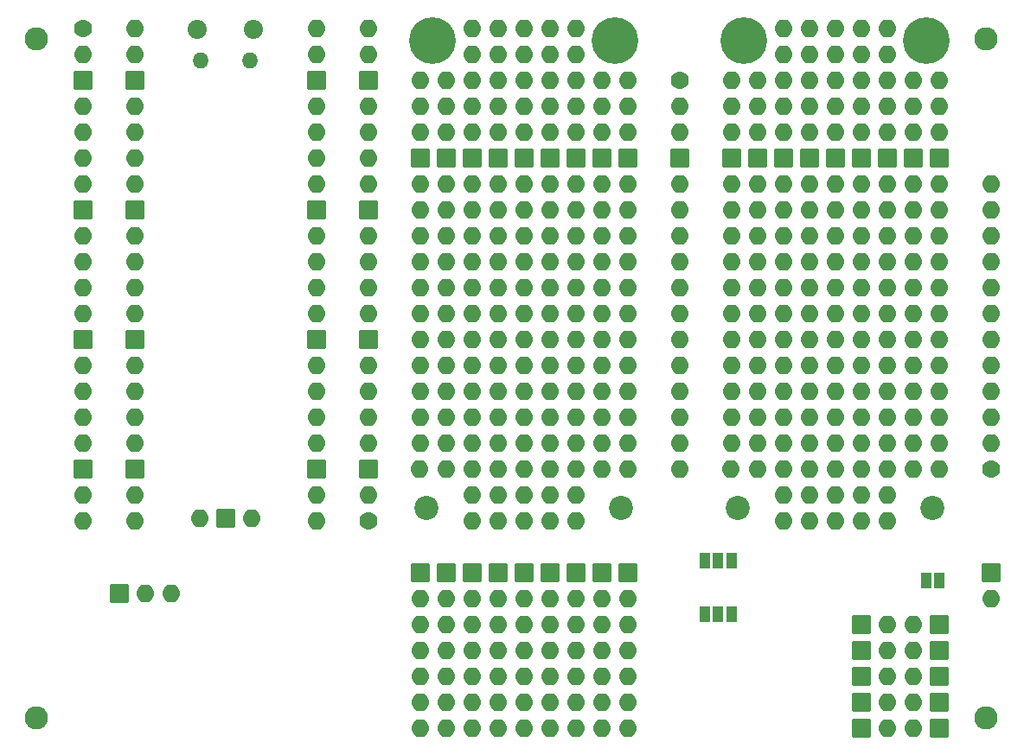
<source format=gbs>
G04 #@! TF.GenerationSoftware,KiCad,Pcbnew,7.0.1*
G04 #@! TF.CreationDate,2023-09-08T10:55:18-05:00*
G04 #@! TF.ProjectId,ProtoPropDuo,50726f74-6f50-4726-9f70-44756f2e6b69,B*
G04 #@! TF.SameCoordinates,Original*
G04 #@! TF.FileFunction,Soldermask,Bot*
G04 #@! TF.FilePolarity,Negative*
%FSLAX46Y46*%
G04 Gerber Fmt 4.6, Leading zero omitted, Abs format (unit mm)*
G04 Created by KiCad (PCBNEW 7.0.1) date 2023-09-08 10:55:18*
%MOMM*%
%LPD*%
G01*
G04 APERTURE LIST*
G04 Aperture macros list*
%AMRoundRect*
0 Rectangle with rounded corners*
0 $1 Rounding radius*
0 $2 $3 $4 $5 $6 $7 $8 $9 X,Y pos of 4 corners*
0 Add a 4 corners polygon primitive as box body*
4,1,4,$2,$3,$4,$5,$6,$7,$8,$9,$2,$3,0*
0 Add four circle primitives for the rounded corners*
1,1,$1+$1,$2,$3*
1,1,$1+$1,$4,$5*
1,1,$1+$1,$6,$7*
1,1,$1+$1,$8,$9*
0 Add four rect primitives between the rounded corners*
20,1,$1+$1,$2,$3,$4,$5,0*
20,1,$1+$1,$4,$5,$6,$7,0*
20,1,$1+$1,$6,$7,$8,$9,0*
20,1,$1+$1,$8,$9,$2,$3,0*%
G04 Aperture macros list end*
%ADD10O,1.776000X1.776000*%
%ADD11C,1.776000*%
%ADD12RoundRect,0.038000X-0.850000X-0.850000X0.850000X-0.850000X0.850000X0.850000X-0.850000X0.850000X0*%
%ADD13C,2.362000*%
%ADD14RoundRect,0.038000X-0.850000X0.850000X-0.850000X-0.850000X0.850000X-0.850000X0.850000X0.850000X0*%
%ADD15C,4.576000*%
%ADD16C,2.276000*%
%ADD17RoundRect,0.038000X0.850000X-0.850000X0.850000X0.850000X-0.850000X0.850000X-0.850000X-0.850000X0*%
%ADD18RoundRect,0.038000X0.850000X0.850000X-0.850000X0.850000X-0.850000X-0.850000X0.850000X-0.850000X0*%
%ADD19O,1.876000X1.876000*%
%ADD20O,1.576000X1.576000*%
%ADD21RoundRect,0.038000X-0.500000X-0.750000X0.500000X-0.750000X0.500000X0.750000X-0.500000X0.750000X0*%
%ADD22RoundRect,0.038000X0.500000X0.750000X-0.500000X0.750000X-0.500000X-0.750000X0.500000X-0.750000X0*%
G04 APERTURE END LIST*
D10*
X185420000Y-50800000D03*
X210820000Y-86360000D03*
X185420000Y-73660000D03*
X180340000Y-73660000D03*
D11*
X198120000Y-45720000D03*
D10*
X198120000Y-48260000D03*
X198120000Y-50800000D03*
D12*
X198120000Y-53340000D03*
D10*
X198120000Y-55880000D03*
X198120000Y-58420000D03*
X198120000Y-60960000D03*
X198120000Y-63500000D03*
X198120000Y-66040000D03*
X198120000Y-68580000D03*
X198120000Y-71120000D03*
X198120000Y-73660000D03*
X198120000Y-76200000D03*
X198120000Y-78740000D03*
X198120000Y-81280000D03*
X198120000Y-83820000D03*
X210820000Y-43180000D03*
X220980000Y-66040000D03*
X208280000Y-86360000D03*
X180340000Y-76200000D03*
X218440000Y-81280000D03*
X208280000Y-88900000D03*
X182880000Y-50800000D03*
X187960000Y-106680000D03*
D13*
X192422200Y-87642200D03*
X173372200Y-87642200D03*
D10*
X172720000Y-45720000D03*
X172720000Y-48260000D03*
X172720000Y-50800000D03*
D14*
X172720000Y-53340000D03*
D10*
X172720000Y-55880000D03*
X172720000Y-58420000D03*
X172720000Y-60960000D03*
X172720000Y-63500000D03*
X172720000Y-66040000D03*
X172720000Y-68580000D03*
X172720000Y-71120000D03*
X172720000Y-73660000D03*
X172720000Y-76200000D03*
X172720000Y-78740000D03*
X172720000Y-81280000D03*
X172694600Y-83820000D03*
X193040000Y-83820000D03*
X193040000Y-81280000D03*
X193040000Y-78740000D03*
X193040000Y-76200000D03*
X193040000Y-73660000D03*
X193040000Y-71120000D03*
X193040000Y-68580000D03*
X193040000Y-66040000D03*
X193040000Y-63500000D03*
X193040000Y-60960000D03*
X193040000Y-58420000D03*
X193040000Y-55880000D03*
D15*
X173972200Y-41892200D03*
X191772200Y-41892200D03*
D10*
X180340000Y-48260000D03*
X187960000Y-43180000D03*
X208280000Y-83820000D03*
X213360000Y-88900000D03*
X210820000Y-45720000D03*
X218440000Y-43180000D03*
X190500000Y-106680000D03*
X210820000Y-68580000D03*
X205740000Y-55880000D03*
X187960000Y-81280000D03*
X180340000Y-104140000D03*
X223520000Y-50800000D03*
X190500000Y-58420000D03*
X190500000Y-60960000D03*
X175260000Y-104140000D03*
X187960000Y-66040000D03*
X210820000Y-63500000D03*
X182880000Y-83820000D03*
X182880000Y-88900000D03*
X185420000Y-81280000D03*
X187960000Y-109220000D03*
X177800000Y-63500000D03*
X185420000Y-83820000D03*
X205740000Y-63500000D03*
X180340000Y-109220000D03*
X187960000Y-86360000D03*
X177800000Y-48260000D03*
D16*
X135128000Y-108204000D03*
D10*
X218440000Y-86360000D03*
X218440000Y-66040000D03*
X177800000Y-68580000D03*
X190500000Y-63500000D03*
X177800000Y-45720000D03*
D12*
X218440000Y-53340000D03*
D10*
X180340000Y-96520000D03*
X213360000Y-81280000D03*
X208280000Y-55880000D03*
X218440000Y-71120000D03*
X175260000Y-73660000D03*
X177800000Y-104140000D03*
X205740000Y-83820000D03*
X187960000Y-45720000D03*
X208280000Y-71120000D03*
X218440000Y-40640000D03*
X177800000Y-76200000D03*
X220980000Y-73660000D03*
X175260000Y-50800000D03*
X213360000Y-40640000D03*
X175260000Y-96520000D03*
X182880000Y-86360000D03*
X215900000Y-60960000D03*
X218440000Y-73660000D03*
X177800000Y-81280000D03*
X218440000Y-83820000D03*
X187960000Y-104140000D03*
X210820000Y-48260000D03*
X182880000Y-81280000D03*
X215900000Y-40640000D03*
D16*
X228092000Y-41656000D03*
D10*
X208280000Y-60960000D03*
X190500000Y-83820000D03*
X208280000Y-76200000D03*
X220980000Y-68580000D03*
X213360000Y-71120000D03*
X208280000Y-81280000D03*
X218440000Y-48260000D03*
X220980000Y-99060000D03*
X220980000Y-101600000D03*
X220980000Y-104140000D03*
X220980000Y-106680000D03*
X220980000Y-109220000D03*
X215900000Y-76200000D03*
X208280000Y-63500000D03*
X180340000Y-63500000D03*
D11*
X139700000Y-40640000D03*
D10*
X139700000Y-43180000D03*
D12*
X139700000Y-45720000D03*
D10*
X139700000Y-48260000D03*
X139700000Y-50800000D03*
X139700000Y-53340000D03*
X139700000Y-55880000D03*
D12*
X139700000Y-58420000D03*
D10*
X139700000Y-60960000D03*
X139700000Y-63500000D03*
X139700000Y-66040000D03*
X139700000Y-68580000D03*
D12*
X139700000Y-71120000D03*
D10*
X139700000Y-73660000D03*
X139700000Y-76200000D03*
X139700000Y-78740000D03*
X139700000Y-81280000D03*
D12*
X139700000Y-83820000D03*
D10*
X139700000Y-86360000D03*
X139700000Y-88900000D03*
X187960000Y-55880000D03*
X223520000Y-45720000D03*
X187960000Y-50800000D03*
X175260000Y-55880000D03*
D12*
X223520000Y-53340000D03*
D10*
X185420000Y-86360000D03*
X177800000Y-50800000D03*
X213360000Y-68580000D03*
X190500000Y-101600000D03*
X193040000Y-109220000D03*
X215900000Y-68580000D03*
X182880000Y-73660000D03*
X210820000Y-66040000D03*
X187960000Y-40640000D03*
X220980000Y-55880000D03*
X220980000Y-78740000D03*
X208280000Y-66040000D03*
X218440000Y-60960000D03*
D12*
X223520000Y-99060000D03*
X223520000Y-101600000D03*
X223520000Y-104140000D03*
X223520000Y-106680000D03*
X223520000Y-109220000D03*
D10*
X208280000Y-43180000D03*
X213360000Y-50800000D03*
X182880000Y-99060000D03*
D12*
X180340000Y-93980000D03*
D10*
X218440000Y-55880000D03*
X182880000Y-101600000D03*
X187960000Y-58420000D03*
X213360000Y-76200000D03*
X213360000Y-45720000D03*
X187960000Y-88900000D03*
X182880000Y-104140000D03*
D12*
X180340000Y-53340000D03*
D10*
X205740000Y-78740000D03*
X180340000Y-66040000D03*
X205740000Y-81280000D03*
X208280000Y-50800000D03*
X185420000Y-104140000D03*
X210820000Y-83820000D03*
X215900000Y-78740000D03*
X220980000Y-45720000D03*
D12*
X177800000Y-53340000D03*
D10*
X175260000Y-63500000D03*
X182880000Y-45720000D03*
X180340000Y-81280000D03*
X193040000Y-45720000D03*
X213360000Y-73660000D03*
D12*
X187960000Y-53340000D03*
D10*
X180340000Y-86360000D03*
X180340000Y-50800000D03*
X215900000Y-63500000D03*
X185420000Y-43180000D03*
D12*
X182880000Y-93980000D03*
D10*
X177800000Y-60960000D03*
D12*
X213360000Y-53340000D03*
D10*
X177800000Y-83820000D03*
D12*
X190500000Y-93980000D03*
D10*
X215900000Y-50800000D03*
D12*
X215900000Y-53340000D03*
D10*
X182880000Y-109220000D03*
X187960000Y-96520000D03*
X182880000Y-48260000D03*
X220980000Y-63500000D03*
X175260000Y-58420000D03*
X190500000Y-55880000D03*
X187960000Y-68580000D03*
X218440000Y-58420000D03*
X187960000Y-99060000D03*
X175260000Y-106680000D03*
D12*
X177800000Y-93980000D03*
D10*
X193040000Y-96520000D03*
X190500000Y-96520000D03*
X187960000Y-101600000D03*
X180340000Y-45720000D03*
X180340000Y-60960000D03*
X220980000Y-50800000D03*
X213360000Y-55880000D03*
X180340000Y-43180000D03*
X190500000Y-48260000D03*
D12*
X175300000Y-93980000D03*
D10*
X205740000Y-73660000D03*
X180340000Y-101600000D03*
X218440000Y-78740000D03*
X213360000Y-58420000D03*
X193040000Y-101600000D03*
X205740000Y-58420000D03*
X218440000Y-99060000D03*
X218440000Y-101600000D03*
X218440000Y-104140000D03*
X218440000Y-106680000D03*
X218440000Y-109220000D03*
X177800000Y-71120000D03*
X220980000Y-71120000D03*
X185420000Y-63500000D03*
X187960000Y-78740000D03*
D12*
X190500000Y-53340000D03*
D10*
X210820000Y-71120000D03*
X185420000Y-78740000D03*
X210820000Y-76200000D03*
X193040000Y-48260000D03*
X185420000Y-76200000D03*
D12*
X175260000Y-53340000D03*
D10*
X185420000Y-48260000D03*
X205740000Y-48260000D03*
X180340000Y-68580000D03*
X187960000Y-73660000D03*
X175260000Y-66040000D03*
X182880000Y-66040000D03*
X187960000Y-48260000D03*
X187960000Y-63500000D03*
X177800000Y-96520000D03*
X205740000Y-71120000D03*
X182880000Y-63500000D03*
X218440000Y-50800000D03*
X213360000Y-78740000D03*
X180340000Y-106680000D03*
X205740000Y-45720000D03*
X190500000Y-78740000D03*
X213360000Y-60960000D03*
X177800000Y-106680000D03*
X190500000Y-66040000D03*
X205740000Y-60960000D03*
X190500000Y-109220000D03*
X182880000Y-58420000D03*
D17*
X143256000Y-96012000D03*
D10*
X145796000Y-96012000D03*
X148336000Y-96012000D03*
X193040000Y-104140000D03*
X175260000Y-45720000D03*
X175260000Y-78740000D03*
X180340000Y-40640000D03*
X185420000Y-45720000D03*
X228600000Y-96520000D03*
D18*
X228600000Y-93980000D03*
D10*
X185420000Y-106680000D03*
X175260000Y-109220000D03*
X215900000Y-71120000D03*
X175260000Y-71120000D03*
X215900000Y-81280000D03*
X182880000Y-55880000D03*
X208280000Y-78740000D03*
X218440000Y-76200000D03*
X182880000Y-96520000D03*
X177800000Y-101600000D03*
X177800000Y-40640000D03*
D12*
X185420000Y-53340000D03*
D10*
X185420000Y-66040000D03*
X182880000Y-76200000D03*
X193040000Y-50800000D03*
D12*
X187960000Y-93980000D03*
D10*
X223520000Y-48260000D03*
X210820000Y-55880000D03*
X213360000Y-43180000D03*
D12*
X185420000Y-93980000D03*
D10*
X182880000Y-40640000D03*
X210820000Y-58420000D03*
X213360000Y-83820000D03*
X210820000Y-60960000D03*
X177800000Y-109220000D03*
X185420000Y-40640000D03*
X185420000Y-55880000D03*
X215900000Y-48260000D03*
D12*
X208280000Y-53340000D03*
D10*
X185420000Y-68580000D03*
D12*
X172720000Y-93980000D03*
D10*
X172720000Y-96520000D03*
X172720000Y-99060000D03*
X172720000Y-101600000D03*
X172720000Y-104140000D03*
X172720000Y-106680000D03*
X172720000Y-109220000D03*
X187960000Y-76200000D03*
X205740000Y-66040000D03*
X213360000Y-86360000D03*
X190500000Y-73660000D03*
X210820000Y-73660000D03*
X210820000Y-78740000D03*
X218440000Y-45720000D03*
X205740000Y-76200000D03*
X185420000Y-71120000D03*
D11*
X167640000Y-88900000D03*
D10*
X167640000Y-86360000D03*
D18*
X167640000Y-83820000D03*
D10*
X167640000Y-81280000D03*
X167640000Y-78740000D03*
X167640000Y-76200000D03*
X167640000Y-73660000D03*
D18*
X167640000Y-71120000D03*
D10*
X167640000Y-68580000D03*
X167640000Y-66040000D03*
X167640000Y-63500000D03*
X167640000Y-60960000D03*
D18*
X167640000Y-58420000D03*
D10*
X167640000Y-55880000D03*
X167640000Y-53340000D03*
X167640000Y-50800000D03*
X167640000Y-48260000D03*
D18*
X167640000Y-45720000D03*
D10*
X167640000Y-43180000D03*
X167640000Y-40640000D03*
X208280000Y-68580000D03*
X190500000Y-50800000D03*
X175260000Y-81280000D03*
X177800000Y-88900000D03*
X175260000Y-68580000D03*
X177800000Y-66040000D03*
D13*
X222902200Y-87642200D03*
X203852200Y-87642200D03*
D10*
X203200000Y-45720000D03*
X203200000Y-48260000D03*
X203200000Y-50800000D03*
D14*
X203200000Y-53340000D03*
D10*
X203200000Y-55880000D03*
X203200000Y-58420000D03*
X203200000Y-60960000D03*
X203200000Y-63500000D03*
X203200000Y-66040000D03*
X203200000Y-68580000D03*
X203200000Y-71120000D03*
X203200000Y-73660000D03*
X203200000Y-76200000D03*
X203200000Y-78740000D03*
X203200000Y-81280000D03*
X203174600Y-83820000D03*
X223520000Y-83820000D03*
X223520000Y-81280000D03*
X223520000Y-78740000D03*
X223520000Y-76200000D03*
X223520000Y-73660000D03*
X223520000Y-71120000D03*
X223520000Y-68580000D03*
X223520000Y-66040000D03*
X223520000Y-63500000D03*
X223520000Y-60960000D03*
X223520000Y-58420000D03*
X223520000Y-55880000D03*
D15*
X204452200Y-41892200D03*
X222252200Y-41892200D03*
D10*
X218440000Y-88900000D03*
D12*
X210820000Y-53340000D03*
D10*
X175260000Y-101600000D03*
X180340000Y-71120000D03*
D11*
X228600000Y-83820000D03*
D10*
X228600000Y-81280000D03*
X228600000Y-78740000D03*
X228600000Y-76200000D03*
X228600000Y-73660000D03*
X228600000Y-71120000D03*
X228600000Y-68580000D03*
X228600000Y-66040000D03*
X228600000Y-63500000D03*
X228600000Y-60960000D03*
X228600000Y-58420000D03*
X228600000Y-55880000D03*
X177800000Y-58420000D03*
X190500000Y-45720000D03*
X213360000Y-66040000D03*
X220980000Y-81280000D03*
D16*
X135128000Y-41656000D03*
D10*
X187960000Y-71120000D03*
X208280000Y-40640000D03*
X175260000Y-48260000D03*
X220980000Y-60960000D03*
X215900000Y-66040000D03*
X220980000Y-76200000D03*
X210820000Y-81280000D03*
X185420000Y-96520000D03*
X213360000Y-48260000D03*
X180340000Y-58420000D03*
X177800000Y-86360000D03*
X213360000Y-63500000D03*
X210820000Y-50800000D03*
X205740000Y-50800000D03*
X182880000Y-68580000D03*
X215900000Y-83820000D03*
X182880000Y-78740000D03*
X220980000Y-83820000D03*
X180340000Y-78740000D03*
X190500000Y-99060000D03*
X193040000Y-106680000D03*
X190500000Y-76200000D03*
X190500000Y-104140000D03*
X208280000Y-45720000D03*
D12*
X193040000Y-53340000D03*
D10*
X175260000Y-99060000D03*
X215900000Y-58420000D03*
X218440000Y-63500000D03*
X185420000Y-60960000D03*
D12*
X193040000Y-93980000D03*
D10*
X175260000Y-76200000D03*
X177800000Y-55880000D03*
X185420000Y-109220000D03*
X215900000Y-86360000D03*
X218440000Y-68580000D03*
X215900000Y-45720000D03*
X215900000Y-88900000D03*
D12*
X220980000Y-53340000D03*
D10*
X185420000Y-99060000D03*
X210820000Y-88900000D03*
X185420000Y-58420000D03*
X177800000Y-99060000D03*
X215900000Y-73660000D03*
D12*
X215900000Y-99060000D03*
X215900000Y-101600000D03*
X215900000Y-104140000D03*
X215900000Y-106680000D03*
X215900000Y-109220000D03*
D10*
X177800000Y-78740000D03*
X187960000Y-83820000D03*
X208280000Y-48260000D03*
D12*
X182880000Y-53340000D03*
D10*
X180340000Y-55880000D03*
X208280000Y-58420000D03*
X177800000Y-43180000D03*
X180340000Y-83820000D03*
X205740000Y-68580000D03*
X175260000Y-83820000D03*
X193040000Y-99060000D03*
X210820000Y-40640000D03*
X175260000Y-60960000D03*
D16*
X228092000Y-108204000D03*
D10*
X190500000Y-81280000D03*
X208280000Y-73660000D03*
X215900000Y-43180000D03*
X187960000Y-60960000D03*
X220980000Y-58420000D03*
D19*
X150945000Y-40770000D03*
D20*
X151245000Y-43800000D03*
X156095000Y-43800000D03*
D19*
X156395000Y-40770000D03*
D10*
X144780000Y-40640000D03*
X144780000Y-43180000D03*
D12*
X144780000Y-45720000D03*
D10*
X144780000Y-48260000D03*
X144780000Y-50800000D03*
X144780000Y-53340000D03*
X144780000Y-55880000D03*
D12*
X144780000Y-58420000D03*
D10*
X144780000Y-60960000D03*
X144780000Y-63500000D03*
X144780000Y-66040000D03*
X144780000Y-68580000D03*
D12*
X144780000Y-71120000D03*
D10*
X144780000Y-73660000D03*
X144780000Y-76200000D03*
X144780000Y-78740000D03*
X144780000Y-81280000D03*
D12*
X144780000Y-83820000D03*
D10*
X144780000Y-86360000D03*
X144780000Y-88900000D03*
X162560000Y-88900000D03*
X162560000Y-86360000D03*
D12*
X162560000Y-83820000D03*
D10*
X162560000Y-81280000D03*
X162560000Y-78740000D03*
X162560000Y-76200000D03*
X162560000Y-73660000D03*
D12*
X162560000Y-71120000D03*
D10*
X162560000Y-68580000D03*
X162560000Y-66040000D03*
X162560000Y-63500000D03*
X162560000Y-60960000D03*
D12*
X162560000Y-58420000D03*
D10*
X162560000Y-55880000D03*
X162560000Y-53340000D03*
X162560000Y-50800000D03*
X162560000Y-48260000D03*
D12*
X162560000Y-45720000D03*
D10*
X162560000Y-43180000D03*
X162560000Y-40640000D03*
X151130000Y-88670000D03*
D12*
X153670000Y-88670000D03*
D10*
X156210000Y-88670000D03*
X220980000Y-48260000D03*
X215900000Y-55880000D03*
X180340000Y-99060000D03*
X182880000Y-43180000D03*
X182880000Y-106680000D03*
X182880000Y-71120000D03*
X190500000Y-68580000D03*
X190500000Y-71120000D03*
X185420000Y-88900000D03*
X177800000Y-73660000D03*
X182880000Y-60960000D03*
X185420000Y-101600000D03*
X180340000Y-88900000D03*
D12*
X205740000Y-53340000D03*
D21*
X222250000Y-94742000D03*
X223550000Y-94742000D03*
X200600000Y-98044000D03*
X201900000Y-98044000D03*
X203200000Y-98044000D03*
D22*
X203200000Y-92837000D03*
X201900000Y-92837000D03*
X200600000Y-92837000D03*
M02*

</source>
